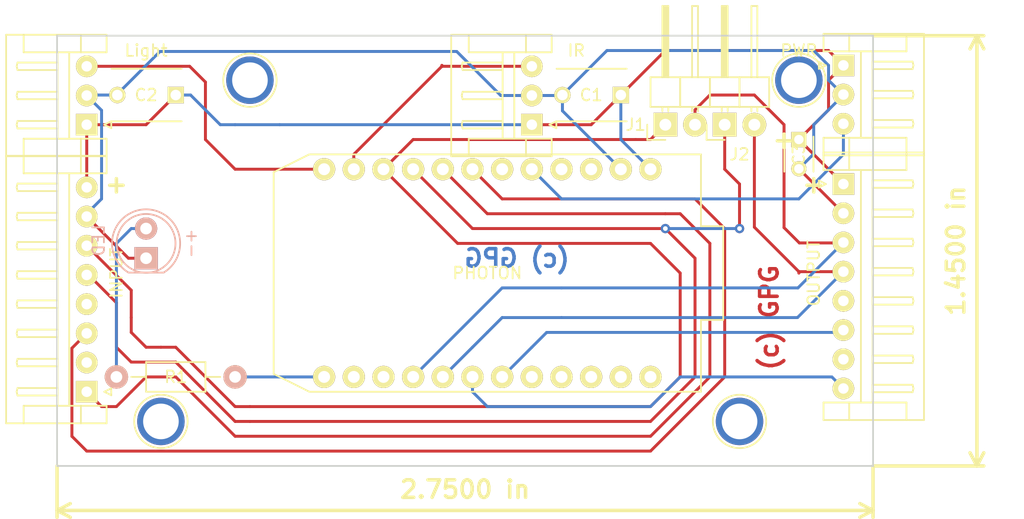
<source format=kicad_pcb>
(kicad_pcb (version 20160815) (host pcbnew "(2016-08-15 BZR 7057, Git 01d3c72)-product")

  (general
    (links 34)
    (no_connects 0)
    (area 73.584999 63.424999 143.585001 100.405001)
    (thickness 1.6)
    (drawings 12)
    (tracks 162)
    (zones 0)
    (modules 17)
    (nets 30)
  )

  (page A4)
  (layers
    (0 F.Cu signal)
    (31 B.Cu signal)
    (32 B.Adhes user)
    (33 F.Adhes user)
    (34 B.Paste user)
    (35 F.Paste user)
    (36 B.SilkS user)
    (37 F.SilkS user)
    (38 B.Mask user)
    (39 F.Mask user)
    (44 Edge.Cuts user)
    (48 B.Fab user hide)
    (49 F.Fab user hide)
  )

  (setup
    (last_trace_width 0.25)
    (trace_clearance 0.2)
    (zone_clearance 0.508)
    (zone_45_only no)
    (trace_min 0.2)
    (segment_width 0.2)
    (edge_width 0.15)
    (via_size 0.8)
    (via_drill 0.4)
    (via_min_size 0.4)
    (via_min_drill 0.3)
    (uvia_size 0.3)
    (uvia_drill 0.1)
    (uvias_allowed no)
    (uvia_min_size 0.2)
    (uvia_min_drill 0.1)
    (pcb_text_width 0.3)
    (pcb_text_size 1.5 1.5)
    (mod_edge_width 0.15)
    (mod_text_size 1 1)
    (mod_text_width 0.15)
    (pad_size 4.064 4.064)
    (pad_drill 3.048)
    (pad_to_mask_clearance 0.2)
    (aux_axis_origin 73.66 63.5)
    (visible_elements 7FFFFFFF)
    (pcbplotparams
      (layerselection 0x010f0_ffffffff)
      (usegerberextensions false)
      (excludeedgelayer true)
      (linewidth 0.100000)
      (plotframeref false)
      (viasonmask false)
      (mode 1)
      (useauxorigin false)
      (hpglpennumber 1)
      (hpglpenspeed 20)
      (hpglpendiameter 15)
      (psnegative false)
      (psa4output false)
      (plotreference true)
      (plotvalue true)
      (plotinvisibletext false)
      (padsonsilk false)
      (subtractmaskfromsilk false)
      (outputformat 1)
      (mirror false)
      (drillshape 0)
      (scaleselection 1)
      (outputdirectory Gerber))
  )

  (net 0 "")
  (net 1 VCC)
  (net 2 GND)
  (net 3 /MOSI1)
  (net 4 /MISO1)
  (net 5 /CLK1)
  (net 6 /SS1)
  (net 7 /Light)
  (net 8 /IR)
  (net 9 /MOSI)
  (net 10 /MISO)
  (net 11 /CLK)
  (net 12 /SS)
  (net 13 "Net-(LED1-Pad2)")
  (net 14 "Net-(OUTPUT1-Pad5)")
  (net 15 "Net-(OUTPUT1-Pad7)")
  (net 16 "Net-(INPUT1-Pad2)")
  (net 17 "Net-(INPUT1-Pad4)")
  (net 18 /LED)
  (net 19 "Net-(PHOTON1-Pad3)")
  (net 20 "Net-(PHOTON1-Pad4)")
  (net 21 "Net-(PHOTON1-Pad6)")
  (net 22 "Net-(PHOTON1-Pad24)")
  (net 23 "Net-(PHOTON1-Pad23)")
  (net 24 "Net-(PHOTON1-Pad22)")
  (net 25 "Net-(PHOTON1-Pad21)")
  (net 26 "Net-(PHOTON1-Pad20)")
  (net 27 "Net-(PHOTON1-Pad15)")
  (net 28 "Net-(PHOTON1-Pad14)")
  (net 29 /PWR)

  (net_class Default "This is the default net class."
    (clearance 0.2)
    (trace_width 0.25)
    (via_dia 0.8)
    (via_drill 0.4)
    (uvia_dia 0.3)
    (uvia_drill 0.1)
    (diff_pair_gap 0.25)
    (diff_pair_width 0.2)
    (add_net /CLK)
    (add_net /CLK1)
    (add_net /IR)
    (add_net /LED)
    (add_net /Light)
    (add_net /MISO)
    (add_net /MISO1)
    (add_net /MOSI)
    (add_net /MOSI1)
    (add_net /PWR)
    (add_net /SS)
    (add_net /SS1)
    (add_net GND)
    (add_net "Net-(INPUT1-Pad2)")
    (add_net "Net-(INPUT1-Pad4)")
    (add_net "Net-(LED1-Pad2)")
    (add_net "Net-(OUTPUT1-Pad5)")
    (add_net "Net-(OUTPUT1-Pad7)")
    (add_net "Net-(PHOTON1-Pad14)")
    (add_net "Net-(PHOTON1-Pad15)")
    (add_net "Net-(PHOTON1-Pad20)")
    (add_net "Net-(PHOTON1-Pad21)")
    (add_net "Net-(PHOTON1-Pad22)")
    (add_net "Net-(PHOTON1-Pad23)")
    (add_net "Net-(PHOTON1-Pad24)")
    (add_net "Net-(PHOTON1-Pad3)")
    (add_net "Net-(PHOTON1-Pad4)")
    (add_net "Net-(PHOTON1-Pad6)")
    (add_net VCC)
  )

  (module Capacitors_ThroughHole:C_Disc_D6_P5 (layer F.Cu) (tedit 57C5537B) (tstamp 57C45A77)
    (at 83.82 68.58 180)
    (descr "Capacitor 6mm Disc, Pitch 5mm")
    (tags Capacitor)
    (path /57C460F6)
    (fp_text reference C2 (at 2.54 0 180) (layer F.SilkS)
      (effects (font (size 1 1) (thickness 0.15)))
    )
    (fp_text value C (at 2.5 3.5 180) (layer F.Fab)
      (effects (font (size 1 1) (thickness 0.15)))
    )
    (fp_line (start -0.95 -2.5) (end 5.95 -2.5) (layer F.CrtYd) (width 0.05))
    (fp_line (start 5.95 -2.5) (end 5.95 2.5) (layer F.CrtYd) (width 0.05))
    (fp_line (start 5.95 2.5) (end -0.95 2.5) (layer F.CrtYd) (width 0.05))
    (fp_line (start -0.95 2.5) (end -0.95 -2.5) (layer F.CrtYd) (width 0.05))
    (fp_line (start -0.5 -2.25) (end 5.5 -2.25) (layer F.SilkS) (width 0.15))
    (fp_line (start 5.5 2.25) (end -0.5 2.25) (layer F.SilkS) (width 0.15))
    (pad 1 thru_hole rect (at 0 0 180) (size 1.4 1.4) (drill 0.9) (layers *.Cu *.Mask F.SilkS)
      (net 1 VCC))
    (pad 2 thru_hole circle (at 5 0 180) (size 1.4 1.4) (drill 0.9) (layers *.Cu *.Mask F.SilkS)
      (net 2 GND))
    (model Capacitors_ThroughHole.3dshapes/C_Disc_D6_P5.wrl
      (at (xyz 0.0984252 0 0))
      (scale (xyz 1 1 1))
      (rotate (xyz 0 0 0))
    )
  )

  (module Connect:1pin (layer F.Cu) (tedit 57C49448) (tstamp 57C45099)
    (at 137.16 67.31)
    (descr "module 1 pin (ou trou mecanique de percage)")
    (tags DEV)
    (fp_text reference "" (at 0 -3.048) (layer F.SilkS)
      (effects (font (size 1 1) (thickness 0.15)))
    )
    (fp_text value 1pin (at 0 2.794) (layer F.Fab)
      (effects (font (size 1 1) (thickness 0.15)))
    )
    (fp_circle (center 0 0) (end 0 -2.286) (layer F.SilkS) (width 0.15))
    (pad "" np_thru_hole circle (at 0 0) (size 4.064 4.064) (drill 3.048) (layers *.Cu *.Mask))
  )

  (module Connect:1pin (layer F.Cu) (tedit 57C4945D) (tstamp 57C45094)
    (at 132.08 96.52)
    (descr "module 1 pin (ou trou mecanique de percage)")
    (tags DEV)
    (fp_text reference "" (at 0 -3.048) (layer F.SilkS)
      (effects (font (size 1 1) (thickness 0.15)))
    )
    (fp_text value 1pin (at 0 2.794) (layer F.Fab)
      (effects (font (size 1 1) (thickness 0.15)))
    )
    (fp_circle (center 0 0) (end 0 -2.286) (layer F.SilkS) (width 0.15))
    (pad "" np_thru_hole circle (at 0 0) (size 4.064 4.064) (drill 3.048) (layers *.Cu *.Mask))
  )

  (module Connect:1pin (layer F.Cu) (tedit 57C49478) (tstamp 57C4508F)
    (at 82.55 96.52)
    (descr "module 1 pin (ou trou mecanique de percage)")
    (tags DEV)
    (fp_text reference "" (at 0 -3.048) (layer F.SilkS)
      (effects (font (size 1 1) (thickness 0.15)))
    )
    (fp_text value 1pin (at 0 2.794) (layer F.Fab)
      (effects (font (size 1 1) (thickness 0.15)))
    )
    (fp_circle (center 0 0) (end 0 -2.286) (layer F.SilkS) (width 0.15))
    (pad "" np_thru_hole circle (at 0 0) (size 4.064 4.064) (drill 3.048) (layers *.Cu *.Mask))
  )

  (module Resistors_ThroughHole:Resistor_Horizontal_RM10mm (layer F.Cu) (tedit 57C45B57) (tstamp 57C441CD)
    (at 78.74 92.71)
    (descr "Resistor, Axial,  RM 10mm, 1/3W")
    (tags "Resistor Axial RM 10mm 1/3W")
    (path /57C43AC9)
    (fp_text reference R1 (at 5.08 0) (layer F.SilkS)
      (effects (font (size 1 1) (thickness 0.15)))
    )
    (fp_text value R (at 5.08 3.81) (layer F.Fab)
      (effects (font (size 1 1) (thickness 0.15)))
    )
    (fp_line (start -1.25 -1.5) (end 11.4 -1.5) (layer F.CrtYd) (width 0.05))
    (fp_line (start -1.25 1.5) (end -1.25 -1.5) (layer F.CrtYd) (width 0.05))
    (fp_line (start 11.4 -1.5) (end 11.4 1.5) (layer F.CrtYd) (width 0.05))
    (fp_line (start -1.25 1.5) (end 11.4 1.5) (layer F.CrtYd) (width 0.05))
    (fp_line (start 2.54 -1.27) (end 7.62 -1.27) (layer F.SilkS) (width 0.15))
    (fp_line (start 7.62 -1.27) (end 7.62 1.27) (layer F.SilkS) (width 0.15))
    (fp_line (start 7.62 1.27) (end 2.54 1.27) (layer F.SilkS) (width 0.15))
    (fp_line (start 2.54 1.27) (end 2.54 -1.27) (layer F.SilkS) (width 0.15))
    (fp_line (start 2.54 0) (end 1.27 0) (layer F.SilkS) (width 0.15))
    (fp_line (start 7.62 0) (end 8.89 0) (layer F.SilkS) (width 0.15))
    (pad 1 thru_hole circle (at 0 0) (size 1.99898 1.99898) (drill 1.00076) (layers *.Cu *.SilkS *.Mask)
      (net 13 "Net-(LED1-Pad2)"))
    (pad 2 thru_hole circle (at 10.16 0) (size 1.99898 1.99898) (drill 1.00076) (layers *.Cu *.SilkS *.Mask)
      (net 18 /LED))
    (model Resistors_ThroughHole.3dshapes/Resistor_Horizontal_RM10mm.wrl
      (at (xyz 0.2 0 0))
      (scale (xyz 0.4 0.4 0.4))
      (rotate (xyz 0 0 0))
    )
  )

  (module Connect:1pin (layer F.Cu) (tedit 57C4946E) (tstamp 57C44FDF)
    (at 90.17 67.31)
    (descr "module 1 pin (ou trou mecanique de percage)")
    (tags DEV)
    (fp_text reference "" (at 0 -3.048) (layer F.SilkS)
      (effects (font (size 1 1) (thickness 0.15)))
    )
    (fp_text value 1pin (at 0 2.794) (layer F.Fab)
      (effects (font (size 1 1) (thickness 0.15)))
    )
    (fp_circle (center 0 0) (end 0 -2.286) (layer F.SilkS) (width 0.15))
    (pad "" np_thru_hole circle (at 0 0) (size 4.064 4.064) (drill 3.048) (layers *.Cu *.Mask))
  )

  (module Capacitors_ThroughHole:C_Disc_D6_P5 (layer F.Cu) (tedit 57C55375) (tstamp 57C45A71)
    (at 121.92 68.58 180)
    (descr "Capacitor 6mm Disc, Pitch 5mm")
    (tags Capacitor)
    (path /57C45BA2)
    (fp_text reference C1 (at 2.54 0 180) (layer F.SilkS)
      (effects (font (size 1 1) (thickness 0.15)))
    )
    (fp_text value C (at 2.5 3.5 180) (layer F.Fab)
      (effects (font (size 1 1) (thickness 0.15)))
    )
    (fp_line (start -0.95 -2.5) (end 5.95 -2.5) (layer F.CrtYd) (width 0.05))
    (fp_line (start 5.95 -2.5) (end 5.95 2.5) (layer F.CrtYd) (width 0.05))
    (fp_line (start 5.95 2.5) (end -0.95 2.5) (layer F.CrtYd) (width 0.05))
    (fp_line (start -0.95 2.5) (end -0.95 -2.5) (layer F.CrtYd) (width 0.05))
    (fp_line (start -0.5 -2.25) (end 5.5 -2.25) (layer F.SilkS) (width 0.15))
    (fp_line (start 5.5 2.25) (end -0.5 2.25) (layer F.SilkS) (width 0.15))
    (pad 1 thru_hole rect (at 0 0 180) (size 1.4 1.4) (drill 0.9) (layers *.Cu *.Mask F.SilkS)
      (net 1 VCC))
    (pad 2 thru_hole circle (at 5 0 180) (size 1.4 1.4) (drill 0.9) (layers *.Cu *.Mask F.SilkS)
      (net 2 GND))
    (model Capacitors_ThroughHole.3dshapes/C_Disc_D6_P5.wrl
      (at (xyz 0.0984252 0 0))
      (scale (xyz 1 1 1))
      (rotate (xyz 0 0 0))
    )
  )

  (module Capacitors_ThroughHole:C_Disc_D3_P2.5 (layer F.Cu) (tedit 57C55A02) (tstamp 57C45A7D)
    (at 137.16 72.39 270)
    (descr "Capacitor 3mm Disc, Pitch 2.5mm")
    (tags Capacitor)
    (path /57C461D4)
    (fp_text reference C3 (at 1.27 0 270) (layer F.SilkS)
      (effects (font (size 1 1) (thickness 0.15)))
    )
    (fp_text value CP1_Small (at 1.25 2.5 270) (layer F.Fab)
      (effects (font (size 1 1) (thickness 0.15)))
    )
    (fp_line (start -0.9 -1.5) (end 3.4 -1.5) (layer F.CrtYd) (width 0.05))
    (fp_line (start 3.4 -1.5) (end 3.4 1.5) (layer F.CrtYd) (width 0.05))
    (fp_line (start 3.4 1.5) (end -0.9 1.5) (layer F.CrtYd) (width 0.05))
    (fp_line (start -0.9 1.5) (end -0.9 -1.5) (layer F.CrtYd) (width 0.05))
    (fp_line (start -0.25 -1.25) (end 2.75 -1.25) (layer F.SilkS) (width 0.15))
    (fp_line (start 2.75 1.25) (end -0.25 1.25) (layer F.SilkS) (width 0.15))
    (pad 1 thru_hole rect (at 0 0 270) (size 1.3 1.3) (drill 0.8) (layers *.Cu *.Mask F.SilkS)
      (net 1 VCC))
    (pad 2 thru_hole circle (at 2.5 0 270) (size 1.3 1.3) (drill 0.8001) (layers *.Cu *.Mask F.SilkS)
      (net 2 GND))
    (model Capacitors_ThroughHole.3dshapes/C_Disc_D3_P2.5.wrl
      (at (xyz 0.0492126 0 0))
      (scale (xyz 1 1 1))
      (rotate (xyz 0 0 0))
    )
  )

  (module Pin_Headers:Pin_Header_Angled_1x02 (layer F.Cu) (tedit 57C559FA) (tstamp 57C45AB2)
    (at 125.73 71.12 90)
    (descr "Through hole pin header")
    (tags "pin header")
    (path /57C4584E)
    (fp_text reference J1 (at 0 -2.54 180) (layer F.SilkS)
      (effects (font (size 1 1) (thickness 0.15)))
    )
    (fp_text value CONN_01X02 (at 0 -3.1 90) (layer F.Fab)
      (effects (font (size 1 1) (thickness 0.15)))
    )
    (fp_line (start -1.5 -1.75) (end -1.5 4.3) (layer F.CrtYd) (width 0.05))
    (fp_line (start 10.65 -1.75) (end 10.65 4.3) (layer F.CrtYd) (width 0.05))
    (fp_line (start -1.5 -1.75) (end 10.65 -1.75) (layer F.CrtYd) (width 0.05))
    (fp_line (start -1.5 4.3) (end 10.65 4.3) (layer F.CrtYd) (width 0.05))
    (fp_line (start -1.3 -1.55) (end -1.3 0) (layer F.SilkS) (width 0.15))
    (fp_line (start 0 -1.55) (end -1.3 -1.55) (layer F.SilkS) (width 0.15))
    (fp_line (start 4.191 -0.127) (end 10.033 -0.127) (layer F.SilkS) (width 0.15))
    (fp_line (start 10.033 -0.127) (end 10.033 0.127) (layer F.SilkS) (width 0.15))
    (fp_line (start 10.033 0.127) (end 4.191 0.127) (layer F.SilkS) (width 0.15))
    (fp_line (start 4.191 0.127) (end 4.191 0) (layer F.SilkS) (width 0.15))
    (fp_line (start 4.191 0) (end 10.033 0) (layer F.SilkS) (width 0.15))
    (fp_line (start 1.524 -0.254) (end 1.143 -0.254) (layer F.SilkS) (width 0.15))
    (fp_line (start 1.524 0.254) (end 1.143 0.254) (layer F.SilkS) (width 0.15))
    (fp_line (start 1.524 2.286) (end 1.143 2.286) (layer F.SilkS) (width 0.15))
    (fp_line (start 1.524 2.794) (end 1.143 2.794) (layer F.SilkS) (width 0.15))
    (fp_line (start 1.524 -1.27) (end 4.064 -1.27) (layer F.SilkS) (width 0.15))
    (fp_line (start 1.524 1.27) (end 4.064 1.27) (layer F.SilkS) (width 0.15))
    (fp_line (start 1.524 1.27) (end 1.524 3.81) (layer F.SilkS) (width 0.15))
    (fp_line (start 1.524 3.81) (end 4.064 3.81) (layer F.SilkS) (width 0.15))
    (fp_line (start 4.064 2.286) (end 10.16 2.286) (layer F.SilkS) (width 0.15))
    (fp_line (start 10.16 2.286) (end 10.16 2.794) (layer F.SilkS) (width 0.15))
    (fp_line (start 10.16 2.794) (end 4.064 2.794) (layer F.SilkS) (width 0.15))
    (fp_line (start 4.064 3.81) (end 4.064 1.27) (layer F.SilkS) (width 0.15))
    (fp_line (start 4.064 1.27) (end 4.064 -1.27) (layer F.SilkS) (width 0.15))
    (fp_line (start 10.16 0.254) (end 4.064 0.254) (layer F.SilkS) (width 0.15))
    (fp_line (start 10.16 -0.254) (end 10.16 0.254) (layer F.SilkS) (width 0.15))
    (fp_line (start 4.064 -0.254) (end 10.16 -0.254) (layer F.SilkS) (width 0.15))
    (fp_line (start 1.524 1.27) (end 4.064 1.27) (layer F.SilkS) (width 0.15))
    (fp_line (start 1.524 -1.27) (end 1.524 1.27) (layer F.SilkS) (width 0.15))
    (pad 1 thru_hole rect (at 0 0 90) (size 2.032 2.032) (drill 1.016) (layers *.Cu *.Mask F.SilkS)
      (net 6 /SS1))
    (pad 2 thru_hole oval (at 0 2.54 90) (size 2.032 2.032) (drill 1.016) (layers *.Cu *.Mask F.SilkS)
      (net 12 /SS))
    (model Pin_Headers.3dshapes/Pin_Header_Angled_1x02.wrl
      (at (xyz 0 -0.05 0))
      (scale (xyz 1 1 1))
      (rotate (xyz 0 0 90))
    )
  )

  (module Pin_Headers:Pin_Header_Angled_1x02 (layer F.Cu) (tedit 57C559EF) (tstamp 57C45AB8)
    (at 130.81 71.12 90)
    (descr "Through hole pin header")
    (tags "pin header")
    (path /57C4594C)
    (fp_text reference J2 (at -2.54 1.27 180) (layer F.SilkS)
      (effects (font (size 1 1) (thickness 0.15)))
    )
    (fp_text value CONN_01X02 (at 0 -3.1 90) (layer F.Fab)
      (effects (font (size 1 1) (thickness 0.15)))
    )
    (fp_line (start -1.5 -1.75) (end -1.5 4.3) (layer F.CrtYd) (width 0.05))
    (fp_line (start 10.65 -1.75) (end 10.65 4.3) (layer F.CrtYd) (width 0.05))
    (fp_line (start -1.5 -1.75) (end 10.65 -1.75) (layer F.CrtYd) (width 0.05))
    (fp_line (start -1.5 4.3) (end 10.65 4.3) (layer F.CrtYd) (width 0.05))
    (fp_line (start -1.3 -1.55) (end -1.3 0) (layer F.SilkS) (width 0.15))
    (fp_line (start 0 -1.55) (end -1.3 -1.55) (layer F.SilkS) (width 0.15))
    (fp_line (start 4.191 -0.127) (end 10.033 -0.127) (layer F.SilkS) (width 0.15))
    (fp_line (start 10.033 -0.127) (end 10.033 0.127) (layer F.SilkS) (width 0.15))
    (fp_line (start 10.033 0.127) (end 4.191 0.127) (layer F.SilkS) (width 0.15))
    (fp_line (start 4.191 0.127) (end 4.191 0) (layer F.SilkS) (width 0.15))
    (fp_line (start 4.191 0) (end 10.033 0) (layer F.SilkS) (width 0.15))
    (fp_line (start 1.524 -0.254) (end 1.143 -0.254) (layer F.SilkS) (width 0.15))
    (fp_line (start 1.524 0.254) (end 1.143 0.254) (layer F.SilkS) (width 0.15))
    (fp_line (start 1.524 2.286) (end 1.143 2.286) (layer F.SilkS) (width 0.15))
    (fp_line (start 1.524 2.794) (end 1.143 2.794) (layer F.SilkS) (width 0.15))
    (fp_line (start 1.524 -1.27) (end 4.064 -1.27) (layer F.SilkS) (width 0.15))
    (fp_line (start 1.524 1.27) (end 4.064 1.27) (layer F.SilkS) (width 0.15))
    (fp_line (start 1.524 1.27) (end 1.524 3.81) (layer F.SilkS) (width 0.15))
    (fp_line (start 1.524 3.81) (end 4.064 3.81) (layer F.SilkS) (width 0.15))
    (fp_line (start 4.064 2.286) (end 10.16 2.286) (layer F.SilkS) (width 0.15))
    (fp_line (start 10.16 2.286) (end 10.16 2.794) (layer F.SilkS) (width 0.15))
    (fp_line (start 10.16 2.794) (end 4.064 2.794) (layer F.SilkS) (width 0.15))
    (fp_line (start 4.064 3.81) (end 4.064 1.27) (layer F.SilkS) (width 0.15))
    (fp_line (start 4.064 1.27) (end 4.064 -1.27) (layer F.SilkS) (width 0.15))
    (fp_line (start 10.16 0.254) (end 4.064 0.254) (layer F.SilkS) (width 0.15))
    (fp_line (start 10.16 -0.254) (end 10.16 0.254) (layer F.SilkS) (width 0.15))
    (fp_line (start 4.064 -0.254) (end 10.16 -0.254) (layer F.SilkS) (width 0.15))
    (fp_line (start 1.524 1.27) (end 4.064 1.27) (layer F.SilkS) (width 0.15))
    (fp_line (start 1.524 -1.27) (end 1.524 1.27) (layer F.SilkS) (width 0.15))
    (pad 1 thru_hole rect (at 0 0 90) (size 2.032 2.032) (drill 1.016) (layers *.Cu *.Mask F.SilkS)
      (net 5 /CLK1))
    (pad 2 thru_hole oval (at 0 2.54 90) (size 2.032 2.032) (drill 1.016) (layers *.Cu *.Mask F.SilkS)
      (net 11 /CLK))
    (model Pin_Headers.3dshapes/Pin_Header_Angled_1x02.wrl
      (at (xyz 0 -0.05 0))
      (scale (xyz 1 1 1))
      (rotate (xyz 0 0 90))
    )
  )

  (module Connectors_JST:JST_EH_S08B-EH_08x2.50mm_Angled (layer F.Cu) (tedit 57C5E95E) (tstamp 57C5C807)
    (at 76.2 93.98 90)
    (descr "JST EH series connector, S08B-EH, 2.50mm pitch, side entry")
    (tags "connector jst eh side horizontal angled")
    (path /57C40DB8)
    (fp_text reference INPUT (at 10.16 2.54 90) (layer F.SilkS)
      (effects (font (size 1 1) (thickness 0.15)))
    )
    (fp_text value CONN_01X08 (at 0 6 90) (layer F.Fab)
      (effects (font (size 1 1) (thickness 0.15)))
    )
    (fp_line (start -1.2 -0.5) (end -1.2 1.7) (layer F.SilkS) (width 0.15))
    (fp_line (start -1.2 1.7) (end -2.7 1.7) (layer F.SilkS) (width 0.15))
    (fp_line (start -2.7 1.7) (end -2.7 -6.9) (layer F.SilkS) (width 0.15))
    (fp_line (start -2.7 -6.9) (end 20.2 -6.9) (layer F.SilkS) (width 0.15))
    (fp_line (start 20.2 -6.9) (end 20.2 1.7) (layer F.SilkS) (width 0.15))
    (fp_line (start 20.2 1.7) (end 18.7 1.7) (layer F.SilkS) (width 0.15))
    (fp_line (start 18.7 1.7) (end 18.7 -0.5) (layer F.SilkS) (width 0.15))
    (fp_line (start -2.7 -5.4) (end -1.2 -5.4) (layer F.SilkS) (width 0.15))
    (fp_line (start -1.2 -5.4) (end -1.2 -0.5) (layer F.SilkS) (width 0.15))
    (fp_line (start -1.2 -0.5) (end -2.7 -0.5) (layer F.SilkS) (width 0.15))
    (fp_line (start 20.2 -5.4) (end 18.7 -5.4) (layer F.SilkS) (width 0.15))
    (fp_line (start 18.7 -5.4) (end 18.7 -0.5) (layer F.SilkS) (width 0.15))
    (fp_line (start 18.7 -0.5) (end 20.2 -0.5) (layer F.SilkS) (width 0.15))
    (fp_line (start -1.2 -2.5) (end 18.7 -2.5) (layer F.SilkS) (width 0.15))
    (fp_line (start -1.2 -1.5) (end 18.7 -1.5) (layer F.SilkS) (width 0.15))
    (fp_line (start 0 -2.5) (end -0.32 -2.5) (layer F.SilkS) (width 0.15))
    (fp_line (start -0.32 -2.5) (end -0.32 -5.92) (layer F.SilkS) (width 0.15))
    (fp_line (start -0.32 -5.92) (end 0 -6) (layer F.SilkS) (width 0.15))
    (fp_line (start 0 -6) (end 0.32 -5.92) (layer F.SilkS) (width 0.15))
    (fp_line (start 0.32 -5.92) (end 0.32 -2.5) (layer F.SilkS) (width 0.15))
    (fp_line (start 0.32 -2.5) (end 0 -2.5) (layer F.SilkS) (width 0.15))
    (fp_line (start 2.5 -2.5) (end 2.18 -2.5) (layer F.SilkS) (width 0.15))
    (fp_line (start 2.18 -2.5) (end 2.18 -5.92) (layer F.SilkS) (width 0.15))
    (fp_line (start 2.18 -5.92) (end 2.5 -6) (layer F.SilkS) (width 0.15))
    (fp_line (start 2.5 -6) (end 2.82 -5.92) (layer F.SilkS) (width 0.15))
    (fp_line (start 2.82 -5.92) (end 2.82 -2.5) (layer F.SilkS) (width 0.15))
    (fp_line (start 2.82 -2.5) (end 2.5 -2.5) (layer F.SilkS) (width 0.15))
    (fp_line (start 5 -2.5) (end 4.68 -2.5) (layer F.SilkS) (width 0.15))
    (fp_line (start 4.68 -2.5) (end 4.68 -5.92) (layer F.SilkS) (width 0.15))
    (fp_line (start 4.68 -5.92) (end 5 -6) (layer F.SilkS) (width 0.15))
    (fp_line (start 5 -6) (end 5.32 -5.92) (layer F.SilkS) (width 0.15))
    (fp_line (start 5.32 -5.92) (end 5.32 -2.5) (layer F.SilkS) (width 0.15))
    (fp_line (start 5.32 -2.5) (end 5 -2.5) (layer F.SilkS) (width 0.15))
    (fp_line (start 7.5 -2.5) (end 7.18 -2.5) (layer F.SilkS) (width 0.15))
    (fp_line (start 7.18 -2.5) (end 7.18 -5.92) (layer F.SilkS) (width 0.15))
    (fp_line (start 7.18 -5.92) (end 7.5 -6) (layer F.SilkS) (width 0.15))
    (fp_line (start 7.5 -6) (end 7.82 -5.92) (layer F.SilkS) (width 0.15))
    (fp_line (start 7.82 -5.92) (end 7.82 -2.5) (layer F.SilkS) (width 0.15))
    (fp_line (start 7.82 -2.5) (end 7.5 -2.5) (layer F.SilkS) (width 0.15))
    (fp_line (start 10 -2.5) (end 9.68 -2.5) (layer F.SilkS) (width 0.15))
    (fp_line (start 9.68 -2.5) (end 9.68 -5.92) (layer F.SilkS) (width 0.15))
    (fp_line (start 9.68 -5.92) (end 10 -6) (layer F.SilkS) (width 0.15))
    (fp_line (start 10 -6) (end 10.32 -5.92) (layer F.SilkS) (width 0.15))
    (fp_line (start 10.32 -5.92) (end 10.32 -2.5) (layer F.SilkS) (width 0.15))
    (fp_line (start 10.32 -2.5) (end 10 -2.5) (layer F.SilkS) (width 0.15))
    (fp_line (start 12.5 -2.5) (end 12.18 -2.5) (layer F.SilkS) (width 0.15))
    (fp_line (start 12.18 -2.5) (end 12.18 -5.92) (layer F.SilkS) (width 0.15))
    (fp_line (start 12.18 -5.92) (end 12.5 -6) (layer F.SilkS) (width 0.15))
    (fp_line (start 12.5 -6) (end 12.82 -5.92) (layer F.SilkS) (width 0.15))
    (fp_line (start 12.82 -5.92) (end 12.82 -2.5) (layer F.SilkS) (width 0.15))
    (fp_line (start 12.82 -2.5) (end 12.5 -2.5) (layer F.SilkS) (width 0.15))
    (fp_line (start 15 -2.5) (end 14.68 -2.5) (layer F.SilkS) (width 0.15))
    (fp_line (start 14.68 -2.5) (end 14.68 -5.92) (layer F.SilkS) (width 0.15))
    (fp_line (start 14.68 -5.92) (end 15 -6) (layer F.SilkS) (width 0.15))
    (fp_line (start 15 -6) (end 15.32 -5.92) (layer F.SilkS) (width 0.15))
    (fp_line (start 15.32 -5.92) (end 15.32 -2.5) (layer F.SilkS) (width 0.15))
    (fp_line (start 15.32 -2.5) (end 15 -2.5) (layer F.SilkS) (width 0.15))
    (fp_line (start 17.5 -2.5) (end 17.18 -2.5) (layer F.SilkS) (width 0.15))
    (fp_line (start 17.18 -2.5) (end 17.18 -5.92) (layer F.SilkS) (width 0.15))
    (fp_line (start 17.18 -5.92) (end 17.5 -6) (layer F.SilkS) (width 0.15))
    (fp_line (start 17.5 -6) (end 17.82 -5.92) (layer F.SilkS) (width 0.15))
    (fp_line (start 17.82 -5.92) (end 17.82 -2.5) (layer F.SilkS) (width 0.15))
    (fp_line (start 17.82 -2.5) (end 17.5 -2.5) (layer F.SilkS) (width 0.15))
    (fp_line (start 0 1.5) (end -0.3 2.1) (layer F.SilkS) (width 0.15))
    (fp_line (start -0.3 2.1) (end 0.3 2.1) (layer F.SilkS) (width 0.15))
    (fp_line (start 0.3 2.1) (end 0 1.5) (layer F.SilkS) (width 0.15))
    (fp_line (start -3.2 -7.4) (end -3.2 2.2) (layer F.CrtYd) (width 0.05))
    (fp_line (start -3.2 2.2) (end 20.7 2.2) (layer F.CrtYd) (width 0.05))
    (fp_line (start 20.7 2.2) (end 20.7 -7.4) (layer F.CrtYd) (width 0.05))
    (fp_line (start 20.7 -7.4) (end -3.2 -7.4) (layer F.CrtYd) (width 0.05))
    (pad 1 thru_hole rect (at 0 0 90) (size 1.85 1.85) (drill 0.9) (layers *.Cu *.Mask F.SilkS)
      (net 4 /MISO1))
    (pad 2 thru_hole circle (at 2.5 0 90) (size 1.85 1.85) (drill 0.9) (layers *.Cu *.Mask F.SilkS)
      (net 16 "Net-(INPUT1-Pad2)"))
    (pad 3 thru_hole circle (at 5 0 90) (size 1.85 1.85) (drill 0.9) (layers *.Cu *.Mask F.SilkS)
      (net 3 /MOSI1))
    (pad 4 thru_hole circle (at 7.5 0 90) (size 1.85 1.85) (drill 0.9) (layers *.Cu *.Mask F.SilkS)
      (net 17 "Net-(INPUT1-Pad4)"))
    (pad 5 thru_hole circle (at 10 0 90) (size 1.85 1.85) (drill 0.9) (layers *.Cu *.Mask F.SilkS)
      (net 5 /CLK1))
    (pad 6 thru_hole circle (at 12.5 0 90) (size 1.85 1.85) (drill 0.9) (layers *.Cu *.Mask F.SilkS)
      (net 6 /SS1))
    (pad 7 thru_hole circle (at 15 0 90) (size 1.85 1.85) (drill 0.9) (layers *.Cu *.Mask F.SilkS)
      (net 2 GND))
    (pad 8 thru_hole circle (at 17.5 0 90) (size 1.85 1.85) (drill 0.9) (layers *.Cu *.Mask F.SilkS)
      (net 1 VCC))
    (model Connectors_JST.3dshapes/JST_EH_S08B-EH_08x2.50mm_Angled.wrl
      (at (xyz 0 0 0))
      (scale (xyz 1 1 1))
      (rotate (xyz 0 0 0))
    )
  )

  (module Connectors_JST:JST_EH_S03B-EH_03x2.50mm_Angled (layer F.Cu) (tedit 57C5E975) (tstamp 57C5C836)
    (at 114.3 71.12 90)
    (descr "JST EH series connector, S03B-EH, 2.50mm pitch, side entry")
    (tags "connector jst eh side horizontal angled")
    (path /57C4112E)
    (fp_text reference IR (at 6.35 3.81 180) (layer F.SilkS)
      (effects (font (size 1 1) (thickness 0.15)))
    )
    (fp_text value CONN_01X03 (at 0 6 90) (layer F.Fab)
      (effects (font (size 1 1) (thickness 0.15)))
    )
    (fp_line (start -1.2 -0.5) (end -1.2 1.7) (layer F.SilkS) (width 0.15))
    (fp_line (start -1.2 1.7) (end -2.7 1.7) (layer F.SilkS) (width 0.15))
    (fp_line (start -2.7 1.7) (end -2.7 -6.9) (layer F.SilkS) (width 0.15))
    (fp_line (start -2.7 -6.9) (end 7.7 -6.9) (layer F.SilkS) (width 0.15))
    (fp_line (start 7.7 -6.9) (end 7.7 1.7) (layer F.SilkS) (width 0.15))
    (fp_line (start 7.7 1.7) (end 6.2 1.7) (layer F.SilkS) (width 0.15))
    (fp_line (start 6.2 1.7) (end 6.2 -0.5) (layer F.SilkS) (width 0.15))
    (fp_line (start -2.7 -5.4) (end -1.2 -5.4) (layer F.SilkS) (width 0.15))
    (fp_line (start -1.2 -5.4) (end -1.2 -0.5) (layer F.SilkS) (width 0.15))
    (fp_line (start -1.2 -0.5) (end -2.7 -0.5) (layer F.SilkS) (width 0.15))
    (fp_line (start 7.7 -5.4) (end 6.2 -5.4) (layer F.SilkS) (width 0.15))
    (fp_line (start 6.2 -5.4) (end 6.2 -0.5) (layer F.SilkS) (width 0.15))
    (fp_line (start 6.2 -0.5) (end 7.7 -0.5) (layer F.SilkS) (width 0.15))
    (fp_line (start -1.2 -2.5) (end 6.2 -2.5) (layer F.SilkS) (width 0.15))
    (fp_line (start -1.2 -1.5) (end 6.2 -1.5) (layer F.SilkS) (width 0.15))
    (fp_line (start 0 -2.5) (end -0.32 -2.5) (layer F.SilkS) (width 0.15))
    (fp_line (start -0.32 -2.5) (end -0.32 -5.92) (layer F.SilkS) (width 0.15))
    (fp_line (start -0.32 -5.92) (end 0 -6) (layer F.SilkS) (width 0.15))
    (fp_line (start 0 -6) (end 0.32 -5.92) (layer F.SilkS) (width 0.15))
    (fp_line (start 0.32 -5.92) (end 0.32 -2.5) (layer F.SilkS) (width 0.15))
    (fp_line (start 0.32 -2.5) (end 0 -2.5) (layer F.SilkS) (width 0.15))
    (fp_line (start 2.5 -2.5) (end 2.18 -2.5) (layer F.SilkS) (width 0.15))
    (fp_line (start 2.18 -2.5) (end 2.18 -5.92) (layer F.SilkS) (width 0.15))
    (fp_line (start 2.18 -5.92) (end 2.5 -6) (layer F.SilkS) (width 0.15))
    (fp_line (start 2.5 -6) (end 2.82 -5.92) (layer F.SilkS) (width 0.15))
    (fp_line (start 2.82 -5.92) (end 2.82 -2.5) (layer F.SilkS) (width 0.15))
    (fp_line (start 2.82 -2.5) (end 2.5 -2.5) (layer F.SilkS) (width 0.15))
    (fp_line (start 5 -2.5) (end 4.68 -2.5) (layer F.SilkS) (width 0.15))
    (fp_line (start 4.68 -2.5) (end 4.68 -5.92) (layer F.SilkS) (width 0.15))
    (fp_line (start 4.68 -5.92) (end 5 -6) (layer F.SilkS) (width 0.15))
    (fp_line (start 5 -6) (end 5.32 -5.92) (layer F.SilkS) (width 0.15))
    (fp_line (start 5.32 -5.92) (end 5.32 -2.5) (layer F.SilkS) (width 0.15))
    (fp_line (start 5.32 -2.5) (end 5 -2.5) (layer F.SilkS) (width 0.15))
    (fp_line (start 0 1.5) (end -0.3 2.1) (layer F.SilkS) (width 0.15))
    (fp_line (start -0.3 2.1) (end 0.3 2.1) (layer F.SilkS) (width 0.15))
    (fp_line (start 0.3 2.1) (end 0 1.5) (layer F.SilkS) (width 0.15))
    (fp_line (start -3.2 -7.4) (end -3.2 2.2) (layer F.CrtYd) (width 0.05))
    (fp_line (start -3.2 2.2) (end 8.2 2.2) (layer F.CrtYd) (width 0.05))
    (fp_line (start 8.2 2.2) (end 8.2 -7.4) (layer F.CrtYd) (width 0.05))
    (fp_line (start 8.2 -7.4) (end -3.2 -7.4) (layer F.CrtYd) (width 0.05))
    (pad 1 thru_hole rect (at 0 0 90) (size 1.85 1.85) (drill 0.9) (layers *.Cu *.Mask F.SilkS)
      (net 1 VCC))
    (pad 2 thru_hole circle (at 2.5 0 90) (size 1.85 1.85) (drill 0.9) (layers *.Cu *.Mask F.SilkS)
      (net 2 GND))
    (pad 3 thru_hole circle (at 5 0 90) (size 1.85 1.85) (drill 0.9) (layers *.Cu *.Mask F.SilkS)
      (net 8 /IR))
    (model Connectors_JST.3dshapes/JST_EH_S03B-EH_03x2.50mm_Angled.wrl
      (at (xyz 0 0 0))
      (scale (xyz 1 1 1))
      (rotate (xyz 0 0 0))
    )
  )

  (module LEDs:LED-5MM (layer B.Cu) (tedit 57C5E9A4) (tstamp 57C5C842)
    (at 81.28 82.55 90)
    (descr "LED 5mm round vertical")
    (tags "LED 5mm round vertical")
    (path /57C43B61)
    (fp_text reference LED (at 1.524 -4.064 90) (layer B.SilkS)
      (effects (font (size 1 1) (thickness 0.15)) (justify mirror))
    )
    (fp_text value LED (at 1.524 3.937 90) (layer B.Fab)
      (effects (font (size 1 1) (thickness 0.15)) (justify mirror))
    )
    (fp_line (start -1.5 1.55) (end -1.5 -1.55) (layer B.CrtYd) (width 0.05))
    (fp_arc (start 1.3 0) (end -1.5 -1.55) (angle 302) (layer B.CrtYd) (width 0.05))
    (fp_arc (start 1.27 0) (end -1.23 1.5) (angle -297.5) (layer B.SilkS) (width 0.15))
    (fp_line (start -1.23 -1.5) (end -1.23 1.5) (layer B.SilkS) (width 0.15))
    (fp_circle (center 1.27 0) (end 0.97 2.5) (layer B.SilkS) (width 0.15))
    (fp_text user +- (at 1.27 3.81 90) (layer B.SilkS)
      (effects (font (size 1 1) (thickness 0.15)) (justify mirror))
    )
    (pad 1 thru_hole rect (at 0 0) (size 2 1.9) (drill 1.00076) (layers *.Cu *.Mask B.SilkS)
      (net 2 GND))
    (pad 2 thru_hole circle (at 2.54 0 90) (size 1.9 1.9) (drill 1.00076) (layers *.Cu *.Mask B.SilkS)
      (net 13 "Net-(LED1-Pad2)"))
    (model LEDs.3dshapes/LED-5MM.wrl
      (at (xyz 0.05 0 0))
      (scale (xyz 1 1 1))
      (rotate (xyz 0 0 90))
    )
  )

  (module Connectors_JST:JST_EH_S03B-EH_03x2.50mm_Angled (layer F.Cu) (tedit 57C5E957) (tstamp 57C5C871)
    (at 76.2 71.12 90)
    (descr "JST EH series connector, S03B-EH, 2.50mm pitch, side entry")
    (tags "connector jst eh side horizontal angled")
    (path /57C40FC6)
    (fp_text reference Light (at 6.35 5.08 180) (layer F.SilkS)
      (effects (font (size 1 1) (thickness 0.15)))
    )
    (fp_text value CONN_01X03 (at 0 6 90) (layer F.Fab)
      (effects (font (size 1 1) (thickness 0.15)))
    )
    (fp_line (start -1.2 -0.5) (end -1.2 1.7) (layer F.SilkS) (width 0.15))
    (fp_line (start -1.2 1.7) (end -2.7 1.7) (layer F.SilkS) (width 0.15))
    (fp_line (start -2.7 1.7) (end -2.7 -6.9) (layer F.SilkS) (width 0.15))
    (fp_line (start -2.7 -6.9) (end 7.7 -6.9) (layer F.SilkS) (width 0.15))
    (fp_line (start 7.7 -6.9) (end 7.7 1.7) (layer F.SilkS) (width 0.15))
    (fp_line (start 7.7 1.7) (end 6.2 1.7) (layer F.SilkS) (width 0.15))
    (fp_line (start 6.2 1.7) (end 6.2 -0.5) (layer F.SilkS) (width 0.15))
    (fp_line (start -2.7 -5.4) (end -1.2 -5.4) (layer F.SilkS) (width 0.15))
    (fp_line (start -1.2 -5.4) (end -1.2 -0.5) (layer F.SilkS) (width 0.15))
    (fp_line (start -1.2 -0.5) (end -2.7 -0.5) (layer F.SilkS) (width 0.15))
    (fp_line (start 7.7 -5.4) (end 6.2 -5.4) (layer F.SilkS) (width 0.15))
    (fp_line (start 6.2 -5.4) (end 6.2 -0.5) (layer F.SilkS) (width 0.15))
    (fp_line (start 6.2 -0.5) (end 7.7 -0.5) (layer F.SilkS) (width 0.15))
    (fp_line (start -1.2 -2.5) (end 6.2 -2.5) (layer F.SilkS) (width 0.15))
    (fp_line (start -1.2 -1.5) (end 6.2 -1.5) (layer F.SilkS) (width 0.15))
    (fp_line (start 0 -2.5) (end -0.32 -2.5) (layer F.SilkS) (width 0.15))
    (fp_line (start -0.32 -2.5) (end -0.32 -5.92) (layer F.SilkS) (width 0.15))
    (fp_line (start -0.32 -5.92) (end 0 -6) (layer F.SilkS) (width 0.15))
    (fp_line (start 0 -6) (end 0.32 -5.92) (layer F.SilkS) (width 0.15))
    (fp_line (start 0.32 -5.92) (end 0.32 -2.5) (layer F.SilkS) (width 0.15))
    (fp_line (start 0.32 -2.5) (end 0 -2.5) (layer F.SilkS) (width 0.15))
    (fp_line (start 2.5 -2.5) (end 2.18 -2.5) (layer F.SilkS) (width 0.15))
    (fp_line (start 2.18 -2.5) (end 2.18 -5.92) (layer F.SilkS) (width 0.15))
    (fp_line (start 2.18 -5.92) (end 2.5 -6) (layer F.SilkS) (width 0.15))
    (fp_line (start 2.5 -6) (end 2.82 -5.92) (layer F.SilkS) (width 0.15))
    (fp_line (start 2.82 -5.92) (end 2.82 -2.5) (layer F.SilkS) (width 0.15))
    (fp_line (start 2.82 -2.5) (end 2.5 -2.5) (layer F.SilkS) (width 0.15))
    (fp_line (start 5 -2.5) (end 4.68 -2.5) (layer F.SilkS) (width 0.15))
    (fp_line (start 4.68 -2.5) (end 4.68 -5.92) (layer F.SilkS) (width 0.15))
    (fp_line (start 4.68 -5.92) (end 5 -6) (layer F.SilkS) (width 0.15))
    (fp_line (start 5 -6) (end 5.32 -5.92) (layer F.SilkS) (width 0.15))
    (fp_line (start 5.32 -5.92) (end 5.32 -2.5) (layer F.SilkS) (width 0.15))
    (fp_line (start 5.32 -2.5) (end 5 -2.5) (layer F.SilkS) (width 0.15))
    (fp_line (start 0 1.5) (end -0.3 2.1) (layer F.SilkS) (width 0.15))
    (fp_line (start -0.3 2.1) (end 0.3 2.1) (layer F.SilkS) (width 0.15))
    (fp_line (start 0.3 2.1) (end 0 1.5) (layer F.SilkS) (width 0.15))
    (fp_line (start -3.2 -7.4) (end -3.2 2.2) (layer F.CrtYd) (width 0.05))
    (fp_line (start -3.2 2.2) (end 8.2 2.2) (layer F.CrtYd) (width 0.05))
    (fp_line (start 8.2 2.2) (end 8.2 -7.4) (layer F.CrtYd) (width 0.05))
    (fp_line (start 8.2 -7.4) (end -3.2 -7.4) (layer F.CrtYd) (width 0.05))
    (pad 1 thru_hole rect (at 0 0 90) (size 1.85 1.85) (drill 0.9) (layers *.Cu *.Mask F.SilkS)
      (net 1 VCC))
    (pad 2 thru_hole circle (at 2.5 0 90) (size 1.85 1.85) (drill 0.9) (layers *.Cu *.Mask F.SilkS)
      (net 2 GND))
    (pad 3 thru_hole circle (at 5 0 90) (size 1.85 1.85) (drill 0.9) (layers *.Cu *.Mask F.SilkS)
      (net 7 /Light))
    (model Connectors_JST.3dshapes/JST_EH_S03B-EH_03x2.50mm_Angled.wrl
      (at (xyz 0 0 0))
      (scale (xyz 1 1 1))
      (rotate (xyz 0 0 0))
    )
  )

  (module Connectors_JST:JST_EH_S08B-EH_08x2.50mm_Angled (layer F.Cu) (tedit 57C5E97E) (tstamp 57C5C8C3)
    (at 140.97 76.2 270)
    (descr "JST EH series connector, S08B-EH, 2.50mm pitch, side entry")
    (tags "connector jst eh side horizontal angled")
    (path /57C3FBDF)
    (fp_text reference OUTPUT (at 7.62 2.54 270) (layer F.SilkS)
      (effects (font (size 1 1) (thickness 0.15)))
    )
    (fp_text value CONN_01X08 (at 0 6 270) (layer F.Fab)
      (effects (font (size 1 1) (thickness 0.15)))
    )
    (fp_line (start -1.2 -0.5) (end -1.2 1.7) (layer F.SilkS) (width 0.15))
    (fp_line (start -1.2 1.7) (end -2.7 1.7) (layer F.SilkS) (width 0.15))
    (fp_line (start -2.7 1.7) (end -2.7 -6.9) (layer F.SilkS) (width 0.15))
    (fp_line (start -2.7 -6.9) (end 20.2 -6.9) (layer F.SilkS) (width 0.15))
    (fp_line (start 20.2 -6.9) (end 20.2 1.7) (layer F.SilkS) (width 0.15))
    (fp_line (start 20.2 1.7) (end 18.7 1.7) (layer F.SilkS) (width 0.15))
    (fp_line (start 18.7 1.7) (end 18.7 -0.5) (layer F.SilkS) (width 0.15))
    (fp_line (start -2.7 -5.4) (end -1.2 -5.4) (layer F.SilkS) (width 0.15))
    (fp_line (start -1.2 -5.4) (end -1.2 -0.5) (layer F.SilkS) (width 0.15))
    (fp_line (start -1.2 -0.5) (end -2.7 -0.5) (layer F.SilkS) (width 0.15))
    (fp_line (start 20.2 -5.4) (end 18.7 -5.4) (layer F.SilkS) (width 0.15))
    (fp_line (start 18.7 -5.4) (end 18.7 -0.5) (layer F.SilkS) (width 0.15))
    (fp_line (start 18.7 -0.5) (end 20.2 -0.5) (layer F.SilkS) (width 0.15))
    (fp_line (start -1.2 -2.5) (end 18.7 -2.5) (layer F.SilkS) (width 0.15))
    (fp_line (start -1.2 -1.5) (end 18.7 -1.5) (layer F.SilkS) (width 0.15))
    (fp_line (start 0 -2.5) (end -0.32 -2.5) (layer F.SilkS) (width 0.15))
    (fp_line (start -0.32 -2.5) (end -0.32 -5.92) (layer F.SilkS) (width 0.15))
    (fp_line (start -0.32 -5.92) (end 0 -6) (layer F.SilkS) (width 0.15))
    (fp_line (start 0 -6) (end 0.32 -5.92) (layer F.SilkS) (width 0.15))
    (fp_line (start 0.32 -5.92) (end 0.32 -2.5) (layer F.SilkS) (width 0.15))
    (fp_line (start 0.32 -2.5) (end 0 -2.5) (layer F.SilkS) (width 0.15))
    (fp_line (start 2.5 -2.5) (end 2.18 -2.5) (layer F.SilkS) (width 0.15))
    (fp_line (start 2.18 -2.5) (end 2.18 -5.92) (layer F.SilkS) (width 0.15))
    (fp_line (start 2.18 -5.92) (end 2.5 -6) (layer F.SilkS) (width 0.15))
    (fp_line (start 2.5 -6) (end 2.82 -5.92) (layer F.SilkS) (width 0.15))
    (fp_line (start 2.82 -5.92) (end 2.82 -2.5) (layer F.SilkS) (width 0.15))
    (fp_line (start 2.82 -2.5) (end 2.5 -2.5) (layer F.SilkS) (width 0.15))
    (fp_line (start 5 -2.5) (end 4.68 -2.5) (layer F.SilkS) (width 0.15))
    (fp_line (start 4.68 -2.5) (end 4.68 -5.92) (layer F.SilkS) (width 0.15))
    (fp_line (start 4.68 -5.92) (end 5 -6) (layer F.SilkS) (width 0.15))
    (fp_line (start 5 -6) (end 5.32 -5.92) (layer F.SilkS) (width 0.15))
    (fp_line (start 5.32 -5.92) (end 5.32 -2.5) (layer F.SilkS) (width 0.15))
    (fp_line (start 5.32 -2.5) (end 5 -2.5) (layer F.SilkS) (width 0.15))
    (fp_line (start 7.5 -2.5) (end 7.18 -2.5) (layer F.SilkS) (width 0.15))
    (fp_line (start 7.18 -2.5) (end 7.18 -5.92) (layer F.SilkS) (width 0.15))
    (fp_line (start 7.18 -5.92) (end 7.5 -6) (layer F.SilkS) (width 0.15))
    (fp_line (start 7.5 -6) (end 7.82 -5.92) (layer F.SilkS) (width 0.15))
    (fp_line (start 7.82 -5.92) (end 7.82 -2.5) (layer F.SilkS) (width 0.15))
    (fp_line (start 7.82 -2.5) (end 7.5 -2.5) (layer F.SilkS) (width 0.15))
    (fp_line (start 10 -2.5) (end 9.68 -2.5) (layer F.SilkS) (width 0.15))
    (fp_line (start 9.68 -2.5) (end 9.68 -5.92) (layer F.SilkS) (width 0.15))
    (fp_line (start 9.68 -5.92) (end 10 -6) (layer F.SilkS) (width 0.15))
    (fp_line (start 10 -6) (end 10.32 -5.92) (layer F.SilkS) (width 0.15))
    (fp_line (start 10.32 -5.92) (end 10.32 -2.5) (layer F.SilkS) (width 0.15))
    (fp_line (start 10.32 -2.5) (end 10 -2.5) (layer F.SilkS) (width 0.15))
    (fp_line (start 12.5 -2.5) (end 12.18 -2.5) (layer F.SilkS) (width 0.15))
    (fp_line (start 12.18 -2.5) (end 12.18 -5.92) (layer F.SilkS) (width 0.15))
    (fp_line (start 12.18 -5.92) (end 12.5 -6) (layer F.SilkS) (width 0.15))
    (fp_line (start 12.5 -6) (end 12.82 -5.92) (layer F.SilkS) (width 0.15))
    (fp_line (start 12.82 -5.92) (end 12.82 -2.5) (layer F.SilkS) (width 0.15))
    (fp_line (start 12.82 -2.5) (end 12.5 -2.5) (layer F.SilkS) (width 0.15))
    (fp_line (start 15 -2.5) (end 14.68 -2.5) (layer F.SilkS) (width 0.15))
    (fp_line (start 14.68 -2.5) (end 14.68 -5.92) (layer F.SilkS) (width 0.15))
    (fp_line (start 14.68 -5.92) (end 15 -6) (layer F.SilkS) (width 0.15))
    (fp_line (start 15 -6) (end 15.32 -5.92) (layer F.SilkS) (width 0.15))
    (fp_line (start 15.32 -5.92) (end 15.32 -2.5) (layer F.SilkS) (width 0.15))
    (fp_line (start 15.32 -2.5) (end 15 -2.5) (layer F.SilkS) (width 0.15))
    (fp_line (start 17.5 -2.5) (end 17.18 -2.5) (layer F.SilkS) (width 0.15))
    (fp_line (start 17.18 -2.5) (end 17.18 -5.92) (layer F.SilkS) (width 0.15))
    (fp_line (start 17.18 -5.92) (end 17.5 -6) (layer F.SilkS) (width 0.15))
    (fp_line (start 17.5 -6) (end 17.82 -5.92) (layer F.SilkS) (width 0.15))
    (fp_line (start 17.82 -5.92) (end 17.82 -2.5) (layer F.SilkS) (width 0.15))
    (fp_line (start 17.82 -2.5) (end 17.5 -2.5) (layer F.SilkS) (width 0.15))
    (fp_line (start 0 1.5) (end -0.3 2.1) (layer F.SilkS) (width 0.15))
    (fp_line (start -0.3 2.1) (end 0.3 2.1) (layer F.SilkS) (width 0.15))
    (fp_line (start 0.3 2.1) (end 0 1.5) (layer F.SilkS) (width 0.15))
    (fp_line (start -3.2 -7.4) (end -3.2 2.2) (layer F.CrtYd) (width 0.05))
    (fp_line (start -3.2 2.2) (end 20.7 2.2) (layer F.CrtYd) (width 0.05))
    (fp_line (start 20.7 2.2) (end 20.7 -7.4) (layer F.CrtYd) (width 0.05))
    (fp_line (start 20.7 -7.4) (end -3.2 -7.4) (layer F.CrtYd) (width 0.05))
    (pad 1 thru_hole rect (at 0 0 270) (size 1.85 1.85) (drill 0.9) (layers *.Cu *.Mask F.SilkS)
      (net 1 VCC))
    (pad 2 thru_hole circle (at 2.5 0 270) (size 1.85 1.85) (drill 0.9) (layers *.Cu *.Mask F.SilkS)
      (net 2 GND))
    (pad 3 thru_hole circle (at 5 0 270) (size 1.85 1.85) (drill 0.9) (layers *.Cu *.Mask F.SilkS)
      (net 12 /SS))
    (pad 4 thru_hole circle (at 7.5 0 270) (size 1.85 1.85) (drill 0.9) (layers *.Cu *.Mask F.SilkS)
      (net 11 /CLK))
    (pad 5 thru_hole circle (at 10 0 270) (size 1.85 1.85) (drill 0.9) (layers *.Cu *.Mask F.SilkS)
      (net 14 "Net-(OUTPUT1-Pad5)"))
    (pad 6 thru_hole circle (at 12.5 0 270) (size 1.85 1.85) (drill 0.9) (layers *.Cu *.Mask F.SilkS)
      (net 9 /MOSI))
    (pad 7 thru_hole circle (at 15 0 270) (size 1.85 1.85) (drill 0.9) (layers *.Cu *.Mask F.SilkS)
      (net 15 "Net-(OUTPUT1-Pad7)"))
    (pad 8 thru_hole circle (at 17.5 0 270) (size 1.85 1.85) (drill 0.9) (layers *.Cu *.Mask F.SilkS)
      (net 10 /MISO))
    (model Connectors_JST.3dshapes/JST_EH_S08B-EH_08x2.50mm_Angled.wrl
      (at (xyz 0 0 0))
      (scale (xyz 1 1 1))
      (rotate (xyz 0 0 0))
    )
  )

  (module particle:photon (layer F.Cu) (tedit 57C5EA8B) (tstamp 57C5C8F2)
    (at 109.22 83.82 270)
    (path /57C3FAB8)
    (fp_text reference PHOTON (at 0 -1.27 360) (layer F.SilkS)
      (effects (font (size 1 1) (thickness 0.15)))
    )
    (fp_text value SPARK_CORE (at 0 -13.97 270) (layer F.SilkS) hide
      (effects (font (size 1 1) (thickness 0.15)))
    )
    (fp_text user "all layers" (at 0 19.05 270) (layer Cmts.User)
      (effects (font (size 1 1) (thickness 0.15)))
    )
    (fp_text user "recommended on" (at 0 16.51 270) (layer Cmts.User)
      (effects (font (size 1 1) (thickness 0.15)))
    )
    (fp_text user "signal keep out" (at 0 13.97 270) (layer Cmts.User)
      (effects (font (size 1 1) (thickness 0.15)))
    )
    (fp_text user "ground plane and" (at 0 11.43 270) (layer Cmts.User)
      (effects (font (size 1 1) (thickness 0.15)))
    )
    (fp_line (start 6.35 21.59) (end 7.62 21.59) (layer Dwgs.User) (width 0.15))
    (fp_line (start 7.62 21.59) (end 7.62 8.89) (layer Dwgs.User) (width 0.15))
    (fp_line (start 7.62 8.89) (end -7.62 8.89) (layer Dwgs.User) (width 0.15))
    (fp_line (start 6.35 21.59) (end -7.62 21.59) (layer Dwgs.User) (width 0.15))
    (fp_line (start -7.62 21.59) (end -7.62 8.89) (layer Dwgs.User) (width 0.15))
    (fp_line (start 10.16 13.97) (end 8.636 17.018) (layer F.SilkS) (width 0.15))
    (fp_line (start -10.16 13.97) (end -8.636 17.018) (layer F.SilkS) (width 0.15))
    (fp_line (start -8.636 17.018) (end 8.636 17.018) (layer F.SilkS) (width 0.15))
    (fp_line (start 10.16 -19.558) (end 10.16 13.97) (layer F.SilkS) (width 0.15))
    (fp_line (start -10.16 -19.558) (end -10.16 13.97) (layer F.SilkS) (width 0.15))
    (fp_line (start 4.0132 -19.558) (end 10.16 -19.558) (layer F.SilkS) (width 0.15))
    (fp_line (start -4.0132 -19.558) (end -10.16 -19.558) (layer F.SilkS) (width 0.15))
    (fp_line (start -4.0132 -21.463) (end -4.0132 -19.558) (layer F.SilkS) (width 0.15))
    (fp_line (start 4.0132 -21.463) (end 4.0132 -19.558) (layer F.SilkS) (width 0.15))
    (fp_line (start -4.0132 -21.463) (end 4.0132 -21.463) (layer F.SilkS) (width 0.15))
    (pad 1 thru_hole circle (at -8.89 -15.24 270) (size 1.9 1.9) (drill 1.02) (layers *.Cu *.Mask F.SilkS)
      (net 1 VCC))
    (pad 2 thru_hole circle (at -8.89 -12.7 270) (size 1.9 1.9) (drill 1.02) (layers *.Cu *.Mask F.SilkS)
      (net 2 GND))
    (pad 3 thru_hole circle (at -8.89 -10.16 270) (size 1.9 1.9) (drill 1.02) (layers *.Cu *.Mask F.SilkS)
      (net 19 "Net-(PHOTON1-Pad3)"))
    (pad 4 thru_hole circle (at -8.89 -7.62 270) (size 1.9 1.9) (drill 1.02) (layers *.Cu *.Mask F.SilkS)
      (net 20 "Net-(PHOTON1-Pad4)"))
    (pad 5 thru_hole circle (at -8.89 -5.08 270) (size 1.9 1.9) (drill 1.02) (layers *.Cu *.Mask F.SilkS)
      (net 29 /PWR))
    (pad 6 thru_hole circle (at -8.89 -2.54 270) (size 1.9 1.9) (drill 1.02) (layers *.Cu *.Mask F.SilkS)
      (net 21 "Net-(PHOTON1-Pad6)"))
    (pad 7 thru_hole circle (at -8.89 0 270) (size 1.9 1.9) (drill 1.02) (layers *.Cu *.Mask F.SilkS)
      (net 3 /MOSI1))
    (pad 8 thru_hole circle (at -8.89 2.54 270) (size 1.9 1.9) (drill 1.02) (layers *.Cu *.Mask F.SilkS)
      (net 4 /MISO1))
    (pad 9 thru_hole circle (at -8.89 5.08 270) (size 1.9 1.9) (drill 1.02) (layers *.Cu *.Mask F.SilkS)
      (net 5 /CLK1))
    (pad 10 thru_hole circle (at -8.89 7.62 270) (size 1.9 1.9) (drill 1.02) (layers *.Cu *.Mask F.SilkS)
      (net 6 /SS1))
    (pad 11 thru_hole circle (at -8.89 10.16 270) (size 1.9 1.9) (drill 1.02) (layers *.Cu *.Mask F.SilkS)
      (net 8 /IR))
    (pad 12 thru_hole circle (at -8.89 12.7 270) (size 1.9 1.9) (drill 1.02) (layers *.Cu *.Mask F.SilkS)
      (net 7 /Light))
    (pad 24 thru_hole circle (at 8.89 -15.24 270) (size 1.9 1.9) (drill 1.02) (layers *.Cu *.Mask F.SilkS)
      (net 22 "Net-(PHOTON1-Pad24)"))
    (pad 23 thru_hole circle (at 8.89 -12.7 270) (size 1.9 1.9) (drill 1.02) (layers *.Cu *.Mask F.SilkS)
      (net 23 "Net-(PHOTON1-Pad23)"))
    (pad 22 thru_hole circle (at 8.89 -10.16 270) (size 1.9 1.9) (drill 1.02) (layers *.Cu *.Mask F.SilkS)
      (net 24 "Net-(PHOTON1-Pad22)"))
    (pad 21 thru_hole circle (at 8.89 -7.62 270) (size 1.9 1.9) (drill 1.02) (layers *.Cu *.Mask F.SilkS)
      (net 25 "Net-(PHOTON1-Pad21)"))
    (pad 20 thru_hole circle (at 8.89 -5.08 270) (size 1.9 1.9) (drill 1.02) (layers *.Cu *.Mask F.SilkS)
      (net 26 "Net-(PHOTON1-Pad20)"))
    (pad 19 thru_hole circle (at 8.89 -2.54 270) (size 1.9 1.9) (drill 1.02) (layers *.Cu *.Mask F.SilkS)
      (net 9 /MOSI))
    (pad 18 thru_hole circle (at 8.89 0 270) (size 1.9 1.9) (drill 1.02) (layers *.Cu *.Mask F.SilkS)
      (net 10 /MISO))
    (pad 17 thru_hole circle (at 8.89 2.54 270) (size 1.9 1.9) (drill 1.02) (layers *.Cu *.Mask F.SilkS)
      (net 11 /CLK))
    (pad 16 thru_hole circle (at 8.89 5.08 270) (size 1.9 1.9) (drill 1.02) (layers *.Cu *.Mask F.SilkS)
      (net 12 /SS))
    (pad 15 thru_hole circle (at 8.89 7.62 270) (size 1.9 1.9) (drill 1.02) (layers *.Cu *.Mask F.SilkS)
      (net 27 "Net-(PHOTON1-Pad15)"))
    (pad 14 thru_hole circle (at 8.89 10.16 270) (size 1.9 1.9) (drill 1.02) (layers *.Cu *.Mask F.SilkS)
      (net 28 "Net-(PHOTON1-Pad14)"))
    (pad 13 thru_hole circle (at 8.89 12.7 270) (size 1.9 1.9) (drill 1.02) (layers *.Cu *.Mask F.SilkS)
      (net 18 /LED))
  )

  (module Connectors_JST:JST_EH_S03B-EH_03x2.50mm_Angled (layer F.Cu) (tedit 57C5E97A) (tstamp 57C5C921)
    (at 140.97 66.04 270)
    (descr "JST EH series connector, S03B-EH, 2.50mm pitch, side entry")
    (tags "connector jst eh side horizontal angled")
    (path /57C43D67)
    (fp_text reference PWR (at -1.27 3.81 360) (layer F.SilkS)
      (effects (font (size 1 1) (thickness 0.15)))
    )
    (fp_text value CONN_01X03 (at 0 6 270) (layer F.Fab)
      (effects (font (size 1 1) (thickness 0.15)))
    )
    (fp_line (start -1.2 -0.5) (end -1.2 1.7) (layer F.SilkS) (width 0.15))
    (fp_line (start -1.2 1.7) (end -2.7 1.7) (layer F.SilkS) (width 0.15))
    (fp_line (start -2.7 1.7) (end -2.7 -6.9) (layer F.SilkS) (width 0.15))
    (fp_line (start -2.7 -6.9) (end 7.7 -6.9) (layer F.SilkS) (width 0.15))
    (fp_line (start 7.7 -6.9) (end 7.7 1.7) (layer F.SilkS) (width 0.15))
    (fp_line (start 7.7 1.7) (end 6.2 1.7) (layer F.SilkS) (width 0.15))
    (fp_line (start 6.2 1.7) (end 6.2 -0.5) (layer F.SilkS) (width 0.15))
    (fp_line (start -2.7 -5.4) (end -1.2 -5.4) (layer F.SilkS) (width 0.15))
    (fp_line (start -1.2 -5.4) (end -1.2 -0.5) (layer F.SilkS) (width 0.15))
    (fp_line (start -1.2 -0.5) (end -2.7 -0.5) (layer F.SilkS) (width 0.15))
    (fp_line (start 7.7 -5.4) (end 6.2 -5.4) (layer F.SilkS) (width 0.15))
    (fp_line (start 6.2 -5.4) (end 6.2 -0.5) (layer F.SilkS) (width 0.15))
    (fp_line (start 6.2 -0.5) (end 7.7 -0.5) (layer F.SilkS) (width 0.15))
    (fp_line (start -1.2 -2.5) (end 6.2 -2.5) (layer F.SilkS) (width 0.15))
    (fp_line (start -1.2 -1.5) (end 6.2 -1.5) (layer F.SilkS) (width 0.15))
    (fp_line (start 0 -2.5) (end -0.32 -2.5) (layer F.SilkS) (width 0.15))
    (fp_line (start -0.32 -2.5) (end -0.32 -5.92) (layer F.SilkS) (width 0.15))
    (fp_line (start -0.32 -5.92) (end 0 -6) (layer F.SilkS) (width 0.15))
    (fp_line (start 0 -6) (end 0.32 -5.92) (layer F.SilkS) (width 0.15))
    (fp_line (start 0.32 -5.92) (end 0.32 -2.5) (layer F.SilkS) (width 0.15))
    (fp_line (start 0.32 -2.5) (end 0 -2.5) (layer F.SilkS) (width 0.15))
    (fp_line (start 2.5 -2.5) (end 2.18 -2.5) (layer F.SilkS) (width 0.15))
    (fp_line (start 2.18 -2.5) (end 2.18 -5.92) (layer F.SilkS) (width 0.15))
    (fp_line (start 2.18 -5.92) (end 2.5 -6) (layer F.SilkS) (width 0.15))
    (fp_line (start 2.5 -6) (end 2.82 -5.92) (layer F.SilkS) (width 0.15))
    (fp_line (start 2.82 -5.92) (end 2.82 -2.5) (layer F.SilkS) (width 0.15))
    (fp_line (start 2.82 -2.5) (end 2.5 -2.5) (layer F.SilkS) (width 0.15))
    (fp_line (start 5 -2.5) (end 4.68 -2.5) (layer F.SilkS) (width 0.15))
    (fp_line (start 4.68 -2.5) (end 4.68 -5.92) (layer F.SilkS) (width 0.15))
    (fp_line (start 4.68 -5.92) (end 5 -6) (layer F.SilkS) (width 0.15))
    (fp_line (start 5 -6) (end 5.32 -5.92) (layer F.SilkS) (width 0.15))
    (fp_line (start 5.32 -5.92) (end 5.32 -2.5) (layer F.SilkS) (width 0.15))
    (fp_line (start 5.32 -2.5) (end 5 -2.5) (layer F.SilkS) (width 0.15))
    (fp_line (start 0 1.5) (end -0.3 2.1) (layer F.SilkS) (width 0.15))
    (fp_line (start -0.3 2.1) (end 0.3 2.1) (layer F.SilkS) (width 0.15))
    (fp_line (start 0.3 2.1) (end 0 1.5) (layer F.SilkS) (width 0.15))
    (fp_line (start -3.2 -7.4) (end -3.2 2.2) (layer F.CrtYd) (width 0.05))
    (fp_line (start -3.2 2.2) (end 8.2 2.2) (layer F.CrtYd) (width 0.05))
    (fp_line (start 8.2 2.2) (end 8.2 -7.4) (layer F.CrtYd) (width 0.05))
    (fp_line (start 8.2 -7.4) (end -3.2 -7.4) (layer F.CrtYd) (width 0.05))
    (pad 1 thru_hole rect (at 0 0 270) (size 1.85 1.85) (drill 0.9) (layers *.Cu *.Mask F.SilkS)
      (net 1 VCC))
    (pad 2 thru_hole circle (at 2.5 0 270) (size 1.85 1.85) (drill 0.9) (layers *.Cu *.Mask F.SilkS)
      (net 2 GND))
    (pad 3 thru_hole circle (at 5 0 270) (size 1.85 1.85) (drill 0.9) (layers *.Cu *.Mask F.SilkS)
      (net 29 /PWR))
    (model Connectors_JST.3dshapes/JST_EH_S03B-EH_03x2.50mm_Angled.wrl
      (at (xyz 0 0 0))
      (scale (xyz 1 1 1))
      (rotate (xyz 0 0 0))
    )
  )

  (gr_text + (at 135.89 72.39) (layer F.SilkS)
    (effects (font (size 1.5 1.5) (thickness 0.3)))
  )
  (gr_text + (at 138.43 76.2) (layer F.SilkS)
    (effects (font (size 1.5 1.5) (thickness 0.3)))
  )
  (gr_text + (at 78.74 76.2) (layer F.SilkS)
    (effects (font (size 1.5 1.5) (thickness 0.3)))
  )
  (dimension 36.83 (width 0.3) (layer F.SilkS)
    (gr_text "36,830 mm" (at 153.75 81.915 90) (layer F.SilkS)
      (effects (font (size 1.5 1.5) (thickness 0.3)))
    )
    (feature1 (pts (xy 143.51 63.5) (xy 155.1 63.5)))
    (feature2 (pts (xy 143.51 100.33) (xy 155.1 100.33)))
    (crossbar (pts (xy 152.4 100.33) (xy 152.4 63.5)))
    (arrow1a (pts (xy 152.4 63.5) (xy 152.986421 64.626504)))
    (arrow1b (pts (xy 152.4 63.5) (xy 151.813579 64.626504)))
    (arrow2a (pts (xy 152.4 100.33) (xy 152.986421 99.203496)))
    (arrow2b (pts (xy 152.4 100.33) (xy 151.813579 99.203496)))
  )
  (dimension 1.27 (width 0.3) (layer F.Fab)
    (gr_text "1,270 mm" (at 144.145 101.68) (layer F.Fab)
      (effects (font (size 1.5 1.5) (thickness 0.3)))
    )
    (feature1 (pts (xy 143.51 63.5) (xy 143.51 103.03)))
    (feature2 (pts (xy 144.78 63.5) (xy 144.78 103.03)))
    (crossbar (pts (xy 144.78 100.33) (xy 143.51 100.33)))
    (arrow1a (pts (xy 143.51 100.33) (xy 144.636504 99.743579)))
    (arrow1b (pts (xy 143.51 100.33) (xy 144.636504 100.916421)))
    (arrow2a (pts (xy 144.78 100.33) (xy 143.653496 99.743579)))
    (arrow2b (pts (xy 144.78 100.33) (xy 143.653496 100.916421)))
  )
  (gr_text "(c) GPG" (at 134.62 87.63 90) (layer F.Cu)
    (effects (font (size 1.5 1.5) (thickness 0.3)))
  )
  (gr_text "(c) GPG" (at 113.03 82.55) (layer B.Cu)
    (effects (font (size 1.5 1.5) (thickness 0.3)) (justify mirror))
  )
  (gr_line (start 143.51 63.5) (end 73.66 63.5) (angle 90) (layer Edge.Cuts) (width 0.15))
  (gr_line (start 73.66 100.33) (end 143.51 100.33) (angle 90) (layer Edge.Cuts) (width 0.15))
  (dimension 69.85 (width 0.3) (layer F.SilkS)
    (gr_text "69,850 mm" (at 108.585 105.489999) (layer F.SilkS)
      (effects (font (size 1.5 1.5) (thickness 0.3)))
    )
    (feature1 (pts (xy 143.51 100.33) (xy 143.51 106.839999)))
    (feature2 (pts (xy 73.66 100.33) (xy 73.66 106.839999)))
    (crossbar (pts (xy 73.66 104.139999) (xy 143.51 104.139999)))
    (arrow1a (pts (xy 143.51 104.139999) (xy 142.383496 104.72642)))
    (arrow1b (pts (xy 143.51 104.139999) (xy 142.383496 103.553578)))
    (arrow2a (pts (xy 73.66 104.139999) (xy 74.786504 104.72642)))
    (arrow2b (pts (xy 73.66 104.139999) (xy 74.786504 103.553578)))
  )
  (gr_line (start 73.66 100.33) (end 73.66 63.5) (angle 90) (layer Edge.Cuts) (width 0.15))
  (gr_line (start 143.51 63.5) (end 143.51 100.33) (angle 90) (layer Edge.Cuts) (width 0.15))

  (segment (start 92.71 71.12) (end 88.9 71.12) (width 0.25) (layer B.Cu) (net 1))
  (segment (start 87.63 71.12) (end 86.36 69.85) (width 0.25) (layer B.Cu) (net 1) (tstamp 57C5EBC2))
  (segment (start 88.9 71.12) (end 87.63 71.12) (width 0.25) (layer B.Cu) (net 1) (tstamp 57C5EBC1))
  (segment (start 76.2 71.12) (end 81.28 71.12) (width 0.25) (layer F.Cu) (net 1))
  (segment (start 81.28 71.12) (end 83.82 68.58) (width 0.25) (layer F.Cu) (net 1) (tstamp 57C5BEEC))
  (segment (start 83.82 68.58) (end 85.09 68.58) (width 0.25) (layer B.Cu) (net 1))
  (segment (start 114.3 71.12) (end 92.71 71.12) (width 0.25) (layer B.Cu) (net 1))
  (segment (start 85.09 68.58) (end 86.36 69.85) (width 0.25) (layer B.Cu) (net 1) (tstamp 57C5BEDD))
  (segment (start 140.97 76.2) (end 137.16 72.39) (width 0.25) (layer F.Cu) (net 1))
  (segment (start 140.97 66.04) (end 139.7 67.31) (width 0.25) (layer F.Cu) (net 1))
  (segment (start 139.7 69.85) (end 137.16 72.39) (width 0.25) (layer F.Cu) (net 1) (tstamp 57C5BE37))
  (segment (start 139.7 67.31) (end 139.7 69.85) (width 0.25) (layer F.Cu) (net 1) (tstamp 57C5BE36))
  (segment (start 121.92 68.58) (end 125.73 64.77) (width 0.25) (layer F.Cu) (net 1))
  (segment (start 139.7 64.77) (end 140.97 66.04) (width 0.25) (layer F.Cu) (net 1) (tstamp 57C557CC))
  (segment (start 125.73 64.77) (end 139.7 64.77) (width 0.25) (layer F.Cu) (net 1) (tstamp 57C557CB))
  (segment (start 121.92 68.58) (end 121.92 72.39) (width 0.25) (layer B.Cu) (net 1))
  (segment (start 121.92 72.39) (end 124.46 74.93) (width 0.25) (layer B.Cu) (net 1) (tstamp 57C5542F))
  (segment (start 114.3 71.12) (end 119.38 71.12) (width 0.25) (layer F.Cu) (net 1))
  (segment (start 119.38 71.12) (end 121.92 68.58) (width 0.25) (layer F.Cu) (net 1) (tstamp 57C5542C))
  (segment (start 76.2 76.48) (end 76.2 71.12) (width 0.25) (layer F.Cu) (net 1))
  (segment (start 81.28 82.55) (end 79.77 82.55) (width 0.25) (layer F.Cu) (net 2))
  (segment (start 79.77 82.55) (end 76.2 78.98) (width 0.25) (layer F.Cu) (net 2) (tstamp 57C5E605))
  (segment (start 137.16 74.89) (end 140.97 78.7) (width 0.25) (layer F.Cu) (net 2))
  (segment (start 78.82 68.58) (end 78.82 68.5) (width 0.25) (layer B.Cu) (net 2))
  (segment (start 78.82 68.5) (end 82.47 64.85) (width 0.25) (layer B.Cu) (net 2) (tstamp 57C5BED3))
  (segment (start 78.82 68.58) (end 76.24 68.58) (width 0.25) (layer B.Cu) (net 2))
  (segment (start 76.24 68.58) (end 76.2 68.62) (width 0.25) (layer B.Cu) (net 2) (tstamp 57C5BED0))
  (segment (start 140.97 68.54) (end 140.97 68.58) (width 0.25) (layer B.Cu) (net 2))
  (segment (start 140.97 68.58) (end 138.43 71.12) (width 0.25) (layer B.Cu) (net 2) (tstamp 57C5BE51))
  (segment (start 138.43 73.62) (end 137.16 74.89) (width 0.25) (layer B.Cu) (net 2) (tstamp 57C5BE54))
  (segment (start 138.43 71.12) (end 138.43 73.62) (width 0.25) (layer B.Cu) (net 2) (tstamp 57C5BE52))
  (segment (start 140.97 68.54) (end 140.93 68.54) (width 0.25) (layer B.Cu) (net 2))
  (segment (start 140.93 68.54) (end 139.7 67.31) (width 0.25) (layer B.Cu) (net 2) (tstamp 57C5BE46))
  (segment (start 139.7 67.31) (end 139.7 66.04) (width 0.25) (layer B.Cu) (net 2) (tstamp 57C5BE47))
  (segment (start 139.7 66.04) (end 138.43 64.77) (width 0.25) (layer B.Cu) (net 2) (tstamp 57C5BE48))
  (segment (start 138.43 64.77) (end 120.73 64.77) (width 0.25) (layer B.Cu) (net 2) (tstamp 57C5BE4A))
  (segment (start 120.73 64.77) (end 116.92 68.58) (width 0.25) (layer B.Cu) (net 2) (tstamp 57C5BE4C))
  (segment (start 116.92 68.58) (end 116.92 69.93) (width 0.25) (layer B.Cu) (net 2))
  (segment (start 116.92 69.93) (end 121.92 74.93) (width 0.25) (layer B.Cu) (net 2) (tstamp 57C5543C))
  (segment (start 114.3 68.62) (end 116.88 68.62) (width 0.25) (layer B.Cu) (net 2))
  (segment (start 116.88 68.62) (end 116.92 68.58) (width 0.25) (layer B.Cu) (net 2) (tstamp 57C55439))
  (segment (start 82.47 64.85) (end 107.87 64.85) (width 0.25) (layer B.Cu) (net 2) (tstamp 57C5BED6))
  (segment (start 111.64 68.62) (end 114.3 68.62) (width 0.25) (layer B.Cu) (net 2) (tstamp 57C553F8))
  (segment (start 107.87 64.85) (end 111.64 68.62) (width 0.25) (layer B.Cu) (net 2) (tstamp 57C553F7))
  (segment (start 76.2 78.98) (end 76.2 78.74) (width 0.25) (layer B.Cu) (net 2))
  (segment (start 76.2 78.74) (end 77.47 77.47) (width 0.25) (layer B.Cu) (net 2) (tstamp 57C55207))
  (segment (start 77.47 69.89) (end 76.2 68.62) (width 0.25) (layer B.Cu) (net 2) (tstamp 57C5520D))
  (segment (start 77.47 77.47) (end 77.47 69.89) (width 0.25) (layer B.Cu) (net 2) (tstamp 57C55208))
  (segment (start 130.81 92.71) (end 124.46 99.06) (width 0.25) (layer F.Cu) (net 3))
  (segment (start 124.46 99.06) (end 76.2 99.06) (width 0.25) (layer F.Cu) (net 3) (tstamp 57C55631))
  (segment (start 130.81 80.01) (end 130.81 92.71) (width 0.25) (layer F.Cu) (net 3))
  (segment (start 111.76 77.47) (end 128.27 77.47) (width 0.25) (layer F.Cu) (net 3) (tstamp 57C45D9F))
  (segment (start 128.27 77.47) (end 130.81 80.01) (width 0.25) (layer F.Cu) (net 3) (tstamp 57C45DA1))
  (segment (start 109.22 74.93) (end 111.76 77.47) (width 0.25) (layer F.Cu) (net 3))
  (segment (start 74.93 90.25) (end 76.2 88.98) (width 0.25) (layer F.Cu) (net 3) (tstamp 57C45DB7))
  (segment (start 74.93 97.79) (end 74.93 90.25) (width 0.25) (layer F.Cu) (net 3) (tstamp 57C45DB5))
  (segment (start 76.2 99.06) (end 74.93 97.79) (width 0.25) (layer F.Cu) (net 3) (tstamp 57C45DAA))
  (segment (start 76.2 88.98) (end 76.12 88.98) (width 0.25) (layer F.Cu) (net 3))
  (segment (start 80.01 93.98) (end 78.74 95.25) (width 0.25) (layer F.Cu) (net 4))
  (segment (start 77.47 95.25) (end 76.2 93.98) (width 0.25) (layer F.Cu) (net 4) (tstamp 57C5E7F6))
  (segment (start 78.74 95.25) (end 77.47 95.25) (width 0.25) (layer F.Cu) (net 4) (tstamp 57C5E7F3))
  (segment (start 127 78.74) (end 129.54 81.28) (width 0.25) (layer F.Cu) (net 4))
  (segment (start 129.54 92.71) (end 124.46 97.79) (width 0.25) (layer F.Cu) (net 4) (tstamp 57C555FC))
  (segment (start 129.54 81.28) (end 129.54 92.71) (width 0.25) (layer F.Cu) (net 4) (tstamp 57C555F9))
  (segment (start 83.82 92.71) (end 88.9 97.79) (width 0.25) (layer F.Cu) (net 4) (tstamp 57C452FC))
  (segment (start 88.9 97.79) (end 124.46 97.79) (width 0.25) (layer F.Cu) (net 4) (tstamp 57C452FE))
  (segment (start 81.28 92.71) (end 83.82 92.71) (width 0.25) (layer F.Cu) (net 4) (tstamp 57C452FA))
  (segment (start 80.01 93.98) (end 81.28 92.71) (width 0.25) (layer F.Cu) (net 4) (tstamp 57C452F6))
  (segment (start 125.73 78.74) (end 127 78.74) (width 0.25) (layer F.Cu) (net 4))
  (segment (start 110.49 78.74) (end 106.68 74.93) (width 0.25) (layer F.Cu) (net 4) (tstamp 57C4530D))
  (segment (start 125.73 78.74) (end 110.49 78.74) (width 0.25) (layer F.Cu) (net 4) (tstamp 57C457C4))
  (via (at 125.73 80.01) (size 0.8) (drill 0.4) (layers F.Cu B.Cu) (net 5))
  (segment (start 130.81 71.12) (end 130.81 74.93) (width 0.25) (layer F.Cu) (net 5) (tstamp 57C5E7B6))
  (segment (start 132.08 76.2) (end 130.81 74.93) (width 0.25) (layer F.Cu) (net 5) (tstamp 57C5E7B5))
  (segment (start 132.08 80.01) (end 132.08 76.2) (width 0.25) (layer F.Cu) (net 5) (tstamp 57C5E7B4))
  (via (at 132.08 80.01) (size 0.8) (drill 0.4) (layers F.Cu B.Cu) (net 5))
  (segment (start 132.08 80.01) (end 125.73 80.01) (width 0.25) (layer B.Cu) (net 5) (tstamp 57C5E7AE))
  (segment (start 125.73 80.01) (end 128.27 82.55) (width 0.25) (layer F.Cu) (net 5))
  (segment (start 128.27 92.71) (end 124.46 96.52) (width 0.25) (layer F.Cu) (net 5) (tstamp 57C555ED))
  (segment (start 128.27 82.55) (end 128.27 92.71) (width 0.25) (layer F.Cu) (net 5) (tstamp 57C555EC))
  (segment (start 80.01 91.44) (end 83.82 91.44) (width 0.25) (layer F.Cu) (net 5) (tstamp 57C45323))
  (segment (start 90.17 96.52) (end 124.46 96.52) (width 0.25) (layer F.Cu) (net 5) (tstamp 57C45327))
  (segment (start 78.74 86.36) (end 78.74 90.17) (width 0.25) (layer F.Cu) (net 5) (tstamp 57C4531A))
  (segment (start 76.36 83.98) (end 78.74 86.36) (width 0.25) (layer F.Cu) (net 5) (tstamp 57C45318))
  (segment (start 88.9 96.52) (end 83.82 91.44) (width 0.25) (layer F.Cu) (net 5) (tstamp 57C4572E))
  (segment (start 90.17 96.52) (end 88.9 96.52) (width 0.25) (layer F.Cu) (net 5))
  (segment (start 78.74 90.17) (end 80.01 91.44) (width 0.25) (layer F.Cu) (net 5) (tstamp 57C4531D))
  (segment (start 76.2 83.98) (end 76.36 83.98) (width 0.25) (layer F.Cu) (net 5))
  (segment (start 125.73 80.01) (end 109.22 80.01) (width 0.25) (layer F.Cu) (net 5) (tstamp 57C555EA))
  (segment (start 109.22 80.01) (end 104.14 74.93) (width 0.25) (layer F.Cu) (net 5) (tstamp 57C45335))
  (segment (start 80.01 87.63) (end 80.01 88.9) (width 0.25) (layer F.Cu) (net 6))
  (segment (start 81.28 90.17) (end 82.55 90.17) (width 0.25) (layer F.Cu) (net 6) (tstamp 57C5E821))
  (segment (start 80.01 88.9) (end 81.28 90.17) (width 0.25) (layer F.Cu) (net 6) (tstamp 57C5E820))
  (segment (start 124.46 81.28) (end 125.73 82.55) (width 0.25) (layer F.Cu) (net 6))
  (segment (start 127 92.71) (end 124.46 95.25) (width 0.25) (layer F.Cu) (net 6) (tstamp 57C555DE))
  (segment (start 127 83.82) (end 127 92.71) (width 0.25) (layer F.Cu) (net 6) (tstamp 57C555D8))
  (segment (start 125.73 82.55) (end 127 83.82) (width 0.25) (layer F.Cu) (net 6) (tstamp 57C555D7))
  (segment (start 90.17 95.25) (end 88.9 95.25) (width 0.25) (layer F.Cu) (net 6))
  (segment (start 88.9 95.25) (end 83.82 90.17) (width 0.25) (layer F.Cu) (net 6) (tstamp 57C45734))
  (segment (start 83.82 90.17) (end 82.55 90.17) (width 0.25) (layer F.Cu) (net 6) (tstamp 57C45738))
  (segment (start 101.6 74.93) (end 107.95 81.28) (width 0.25) (layer F.Cu) (net 6))
  (segment (start 124.46 95.25) (end 90.17 95.25) (width 0.25) (layer F.Cu) (net 6) (tstamp 57C555E6))
  (segment (start 107.95 81.28) (end 124.46 81.28) (width 0.25) (layer F.Cu) (net 6) (tstamp 57C45339))
  (segment (start 123.19 72.39) (end 124.46 72.39) (width 0.25) (layer F.Cu) (net 6))
  (segment (start 124.46 72.39) (end 125.73 71.12) (width 0.25) (layer F.Cu) (net 6) (tstamp 57C45FB7))
  (segment (start 121.92 72.39) (end 123.19 72.39) (width 0.25) (layer F.Cu) (net 6))
  (segment (start 121.92 72.39) (end 104.14 72.39) (width 0.25) (layer F.Cu) (net 6) (tstamp 57C45EEC))
  (segment (start 104.14 72.39) (end 101.6 74.93) (width 0.25) (layer F.Cu) (net 6) (tstamp 57C45CE1))
  (segment (start 80.01 85.29) (end 76.2 81.48) (width 0.25) (layer F.Cu) (net 6) (tstamp 57C45361))
  (segment (start 80.01 87.63) (end 80.01 85.29) (width 0.25) (layer F.Cu) (net 6) (tstamp 57C4535D))
  (segment (start 76.2 66.12) (end 85.01 66.12) (width 0.25) (layer F.Cu) (net 7))
  (segment (start 88.9 74.93) (end 96.52 74.93) (width 0.25) (layer F.Cu) (net 7) (tstamp 57C5BF0C))
  (segment (start 86.36 72.39) (end 88.9 74.93) (width 0.25) (layer F.Cu) (net 7) (tstamp 57C5BF0A))
  (segment (start 86.36 67.47) (end 86.36 72.39) (width 0.25) (layer F.Cu) (net 7) (tstamp 57C5BF08))
  (segment (start 85.01 66.12) (end 86.36 67.47) (width 0.25) (layer F.Cu) (net 7) (tstamp 57C5BF07))
  (segment (start 114.3 66.12) (end 106.6 66.12) (width 0.25) (layer F.Cu) (net 8))
  (segment (start 106.6 66.12) (end 106.6 66.04) (width 0.25) (layer F.Cu) (net 8) (tstamp 57C553F4))
  (segment (start 106.6 66.04) (end 106.6 66.12) (width 0.25) (layer F.Cu) (net 8))
  (segment (start 106.6 66.12) (end 99.06 73.66) (width 0.25) (layer F.Cu) (net 8) (tstamp 57C45D0C))
  (segment (start 99.06 73.66) (end 99.06 74.93) (width 0.25) (layer F.Cu) (net 8) (tstamp 57C45D12))
  (segment (start 111.76 92.71) (end 114.3 90.17) (width 0.25) (layer B.Cu) (net 9))
  (segment (start 115.57 88.9) (end 140.77 88.9) (width 0.25) (layer B.Cu) (net 9) (tstamp 57C5BE69))
  (segment (start 114.3 90.17) (end 115.57 88.9) (width 0.25) (layer B.Cu) (net 9) (tstamp 57C5BE68))
  (segment (start 140.77 88.9) (end 140.97 88.7) (width 0.25) (layer B.Cu) (net 9) (tstamp 57C5BE6A))
  (segment (start 109.22 92.71) (end 109.22 93.98) (width 0.25) (layer B.Cu) (net 10))
  (segment (start 139.98 92.71) (end 140.97 93.7) (width 0.25) (layer B.Cu) (net 10) (tstamp 57C5BE7B))
  (segment (start 127 92.71) (end 139.98 92.71) (width 0.25) (layer B.Cu) (net 10) (tstamp 57C5BE79))
  (segment (start 124.46 95.25) (end 127 92.71) (width 0.25) (layer B.Cu) (net 10) (tstamp 57C5BE77))
  (segment (start 110.49 95.25) (end 124.46 95.25) (width 0.25) (layer B.Cu) (net 10) (tstamp 57C5BE75))
  (segment (start 109.22 93.98) (end 110.49 95.25) (width 0.25) (layer B.Cu) (net 10) (tstamp 57C5BE73))
  (segment (start 116.84 87.63) (end 137.04 87.63) (width 0.25) (layer B.Cu) (net 11))
  (segment (start 137.04 87.63) (end 140.97 83.7) (width 0.25) (layer B.Cu) (net 11) (tstamp 57C5BFCF))
  (segment (start 140.97 83.7) (end 137.16 83.7) (width 0.25) (layer F.Cu) (net 11))
  (segment (start 137.16 83.7) (end 137.16 83.82) (width 0.25) (layer F.Cu) (net 11) (tstamp 57C5BE86))
  (segment (start 137.16 83.82) (end 137.16 83.7) (width 0.25) (layer F.Cu) (net 11) (tstamp 57C5BE88))
  (segment (start 140.85 83.82) (end 140.97 83.7) (width 0.25) (layer B.Cu) (net 11) (tstamp 57C5BE64))
  (segment (start 133.35 71.12) (end 133.35 79.89) (width 0.25) (layer F.Cu) (net 11))
  (segment (start 133.35 79.89) (end 137.16 83.7) (width 0.25) (layer F.Cu) (net 11) (tstamp 57C55854))
  (segment (start 106.68 92.71) (end 109.22 90.17) (width 0.25) (layer B.Cu) (net 11))
  (segment (start 111.76 87.63) (end 116.84 87.63) (width 0.25) (layer B.Cu) (net 11) (tstamp 57C558C2))
  (segment (start 110.49 88.9) (end 111.76 87.63) (width 0.25) (layer B.Cu) (net 11) (tstamp 57C558BF))
  (segment (start 109.22 90.17) (end 110.49 88.9) (width 0.25) (layer B.Cu) (net 11) (tstamp 57C558BD))
  (segment (start 116.84 85.09) (end 137.08 85.09) (width 0.25) (layer B.Cu) (net 12))
  (segment (start 137.08 85.09) (end 140.97 81.2) (width 0.25) (layer B.Cu) (net 12) (tstamp 57C5BFD4))
  (segment (start 137.2 81.24) (end 140.93 81.24) (width 0.25) (layer F.Cu) (net 12))
  (segment (start 140.93 81.24) (end 140.97 81.2) (width 0.25) (layer F.Cu) (net 12) (tstamp 57C5BE81))
  (segment (start 111.76 85.09) (end 116.84 85.09) (width 0.25) (layer B.Cu) (net 12))
  (segment (start 104.14 92.71) (end 111.76 85.09) (width 0.25) (layer B.Cu) (net 12))
  (segment (start 128.27 71.12) (end 128.27 69.85) (width 0.25) (layer F.Cu) (net 12))
  (segment (start 128.27 69.85) (end 129.54 68.58) (width 0.25) (layer F.Cu) (net 12) (tstamp 57C557EF))
  (segment (start 129.54 68.58) (end 133.35 68.58) (width 0.25) (layer F.Cu) (net 12) (tstamp 57C557F1))
  (segment (start 133.35 68.58) (end 135.89 71.12) (width 0.25) (layer F.Cu) (net 12) (tstamp 57C557F3))
  (segment (start 135.89 71.12) (end 135.89 79.93) (width 0.25) (layer F.Cu) (net 12) (tstamp 57C557F5))
  (segment (start 135.89 79.93) (end 137.2 81.24) (width 0.25) (layer F.Cu) (net 12) (tstamp 57C557F7))
  (segment (start 81.28 80.01) (end 80.01 80.01) (width 0.25) (layer B.Cu) (net 13))
  (segment (start 78.74 81.28) (end 78.74 92.71) (width 0.25) (layer B.Cu) (net 13) (tstamp 57C5E60E))
  (segment (start 80.01 80.01) (end 78.74 81.28) (width 0.25) (layer B.Cu) (net 13) (tstamp 57C5E60C))
  (segment (start 88.9 92.71) (end 96.52 92.71) (width 0.25) (layer B.Cu) (net 18))
  (segment (start 114.3 74.93) (end 116.84 77.47) (width 0.25) (layer B.Cu) (net 29) (tstamp 57C5E777))
  (segment (start 116.84 77.47) (end 137.16 77.47) (width 0.25) (layer B.Cu) (net 29) (tstamp 57C5E77B))
  (segment (start 137.16 77.47) (end 140.97 73.66) (width 0.25) (layer B.Cu) (net 29) (tstamp 57C5E77D))
  (segment (start 140.97 73.66) (end 140.97 71.04) (width 0.25) (layer B.Cu) (net 29) (tstamp 57C5E781))

)

</source>
